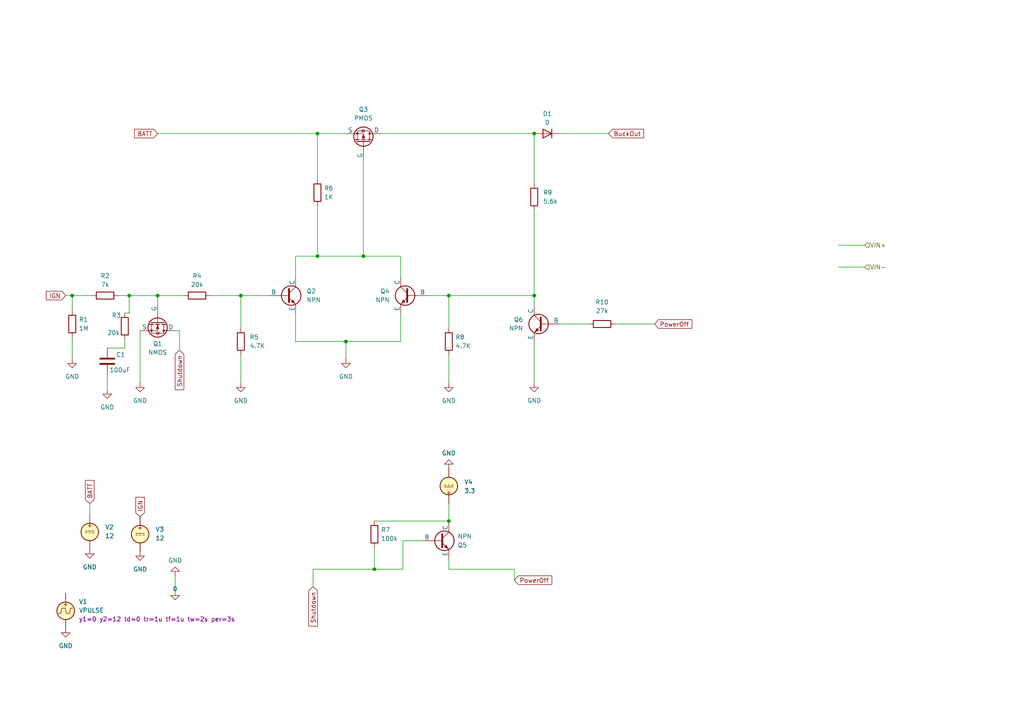
<source format=kicad_sch>
(kicad_sch (version 20231120) (generator "eeschema") (generator_version "8.0")
  (paper "A4")
  (lib_symbols
    (symbol "Device:C" (pin_numbers hide) (pin_names (offset 0.254))
      (property "Reference" "C" (at 0.635 2.54 0))
      (property "Value" "C" (at 0.635 -2.54 0))
      (symbol "C_0_1"
        (polyline (pts (xy -2.032 -0.762) (xy 2.032 -0.762)) (stroke (width 0.508)))
        (polyline (pts (xy -2.032 0.762) (xy 2.032 0.762)) (stroke (width 0.508)))
      )
      (symbol "C_1_1"
        (pin passive line (at 0 3.81 270) (length 2.794) (name "~") (number "1"))
        (pin passive line (at 0 -3.81 90) (length 2.794) (name "~") (number "2"))
      )
    )
    (symbol "Device:D" (pin_numbers hide) (pin_names (offset 1.016) hide)
      (property "Reference" "D" (at 0 2.54 0))
      (property "Value" "D" (at 0 -2.54 0))
      (symbol "D_0_1"
        (polyline (pts (xy -1.27 1.27) (xy -1.27 -1.27)) (stroke (width 0.254)))
        (polyline (pts (xy 1.27 0) (xy -1.27 0)))
        (polyline (pts (xy 1.27 1.27) (xy 1.27 -1.27) (xy -1.27 0) (xy 1.27 1.27)) (stroke (width 0.254)))
      )
      (symbol "D_1_1"
        (pin passive line (at -3.81 0 0) (length 2.54) (name "K") (number "1"))
        (pin passive line (at 3.81 0 180) (length 2.54) (name "A") (number "2"))
      )
    )
    (symbol "Device:R" (pin_numbers hide) (pin_names (offset 0))
      (property "Reference" "R" (at 2.032 0 90))
      (property "Value" "R" (at 0 0 90))
      (symbol "R_0_1"
        (rectangle (start -1.016 -2.54) (end 1.016 2.54) (stroke (width 0.254)))
      )
      (symbol "R_1_1"
        (pin passive line (at 0 3.81 270) (length 1.27) (name "~") (number "1"))
        (pin passive line (at 0 -3.81 90) (length 1.27) (name "~") (number "2"))
      )
    )
    (symbol "Simulation_SPICE:0" (power) (pin_numbers hide) (pin_names (offset 0) hide)
      (property "Value" "0" (at 0 -2.54 0))
      (symbol "0_0_1"
        (polyline (pts (xy -1.27 0) (xy 0 -1.27) (xy 1.27 0) (xy -1.27 0)))
      )
      (symbol "0_1_1"
        (pin power_in line (at 0 0 0) (length 0) (name "~") (number "1"))
      )
    )
    (symbol "Simulation_SPICE:NMOS" (pin_numbers hide) (pin_names (offset 0))
      (property "Reference" "Q" (at 5.08 1.27 0))
      (property "Value" "NMOS" (at 5.08 -1.27 0))
      (symbol "NMOS_0_1"
        (polyline (pts (xy 0.254 0) (xy -2.54 0)))
        (polyline (pts (xy 0.254 1.905) (xy 0.254 -1.905)) (stroke (width 0.254)))
        (polyline (pts (xy 0.762 -1.27) (xy 0.762 -2.286)) (stroke (width 0.254)))
        (polyline (pts (xy 0.762 0.508) (xy 0.762 -0.508)) (stroke (width 0.254)))
        (polyline (pts (xy 0.762 2.286) (xy 0.762 1.27)) (stroke (width 0.254)))
        (polyline (pts (xy 2.54 2.54) (xy 2.54 1.778)))
        (polyline (pts (xy 2.54 -2.54) (xy 2.54 0) (xy 0.762 0)))
        (polyline (pts (xy 0.762 -1.778) (xy 3.302 -1.778) (xy 3.302 1.778) (xy 0.762 1.778)))
        (polyline (pts (xy 1.016 0) (xy 2.032 0.381) (xy 2.032 -0.381) (xy 1.016 0)) (fill (type outline)))
        (polyline (pts (xy 2.794 0.508) (xy 2.921 0.381) (xy 3.683 0.381) (xy 3.81 0.254)))
        (polyline (pts (xy 3.302 0.381) (xy 2.921 -0.254) (xy 3.683 -0.254) (xy 3.302 0.381)))
        (circle (center 1.651 0) (radius 2.794) (stroke (width 0.254)))
        (circle (center 2.54 -1.778) (radius 0.254) (fill (type outline)))
        (circle (center 2.54 1.778) (radius 0.254) (fill (type outline)))
      )
      (symbol "NMOS_1_1"
        (pin passive line (at 2.54 5.08 270) (length 2.54) (name "D") (number "1"))
        (pin input line (at -5.08 0 0) (length 2.54) (name "G") (number "2"))
        (pin passive line (at 2.54 -5.08 90) (length 2.54) (name "S") (number "3"))
      )
    )
    (symbol "Simulation_SPICE:NPN" (pin_numbers hide) (pin_names (offset 0))
      (property "Reference" "Q" (at -2.54 7.62 0))
      (property "Value" "NPN" (at -2.54 5.08 0))
      (symbol "NPN_0_1"
        (polyline (pts (xy -2.54 0) (xy 0.635 0)) (stroke (width 0.1524)))
        (polyline (pts (xy 0.635 0.635) (xy 2.54 2.54)))
        (polyline (pts (xy 2.794 -1.27) (xy 2.794 -1.27)) (stroke (width 0.1524)))
        (polyline (pts (xy 2.794 -1.27) (xy 2.794 -1.27)) (stroke (width 0.1524)))
        (polyline (pts (xy 0.635 -0.635) (xy 2.54 -2.54) (xy 2.54 -2.54)))
        (polyline (pts (xy 0.635 1.905) (xy 0.635 -1.905) (xy 0.635 -1.905)) (stroke (width 0.508)))
        (polyline (pts (xy 1.27 -1.778) (xy 1.778 -1.27) (xy 2.286 -2.286) (xy 1.27 -1.778) (xy 1.27 -1.778)) (fill (type outline)))
        (circle (center 1.27 0) (radius 2.8194) (stroke (width 0.254)))
      )
      (symbol "NPN_1_1"
        (pin open_collector line (at 2.54 5.08 270) (length 2.54) (name "C") (number "1"))
        (pin input line (at -5.08 0 0) (length 2.54) (name "B") (number "2"))
        (pin open_emitter line (at 2.54 -5.08 90) (length 2.54) (name "E") (number "3"))
      )
    )
    (symbol "Simulation_SPICE:PMOS" (pin_numbers hide) (pin_names (offset 0))
      (property "Reference" "Q" (at 5.08 1.27 0))
      (property "Value" "PMOS" (at 5.08 -1.27 0))
      (symbol "PMOS_0_1"
        (polyline (pts (xy 0.254 0) (xy -2.54 0)))
        (polyline (pts (xy 0.254 1.905) (xy 0.254 -1.905)) (stroke (width 0.254)))
        (polyline (pts (xy 0.762 -1.27) (xy 0.762 -2.286)) (stroke (width 0.254)))
        (polyline (pts (xy 0.762 0.508) (xy 0.762 -0.508)) (stroke (width 0.254)))
        (polyline (pts (xy 0.762 2.286) (xy 0.762 1.27)) (stroke (width 0.254)))
        (polyline (pts (xy 2.54 2.54) (xy 2.54 1.778)))
        (polyline (pts (xy 2.54 -2.54) (xy 2.54 0) (xy 0.762 0)))
        (polyline (pts (xy 0.762 1.778) (xy 3.302 1.778) (xy 3.302 -1.778) (xy 0.762 -1.778)))
        (polyline (pts (xy 2.286 0) (xy 1.27 0.381) (xy 1.27 -0.381) (xy 2.286 0)) (fill (type outline)))
        (polyline (pts (xy 2.794 -0.508) (xy 2.921 -0.381) (xy 3.683 -0.381) (xy 3.81 -0.254)))
        (polyline (pts (xy 3.302 -0.381) (xy 2.921 0.254) (xy 3.683 0.254) (xy 3.302 -0.381)))
        (circle (center 1.651 0) (radius 2.794) (stroke (width 0.254)))
        (circle (center 2.54 -1.778) (radius 0.254) (fill (type outline)))
        (circle (center 2.54 1.778) (radius 0.254) (fill (type outline)))
      )
      (symbol "PMOS_1_1"
        (pin passive line (at 2.54 5.08 270) (length 2.54) (name "D") (number "1"))
        (pin input line (at -5.08 0 0) (length 2.54) (name "G") (number "2"))
        (pin passive line (at 2.54 -5.08 90) (length 2.54) (name "S") (number "3"))
      )
    )
    (symbol "Simulation_SPICE:VDC" (pin_numbers hide) (pin_names (offset 0.0254))
      (property "Reference" "V" (at 2.54 2.54 0))
      (property "Value" "1" (at 2.54 0 0))
      (symbol "VDC_0_0"
        (polyline (pts (xy -1.27 0.254) (xy 1.27 0.254)))
        (polyline (pts (xy -0.762 -0.254) (xy -1.27 -0.254)))
        (polyline (pts (xy 0.254 -0.254) (xy -0.254 -0.254)))
        (polyline (pts (xy 1.27 -0.254) (xy 0.762 -0.254)))
        (text "+" (at 0 1.905 0) (effects (font (size 1.27 1.27))))
      )
      (symbol "VDC_0_1"
        (circle (center 0 0) (radius 2.54) (stroke (width 0.254)) (fill (type background)))
      )
      (symbol "VDC_1_1"
        (pin passive line (at 0 5.08 270) (length 2.54) (name "~") (number "1"))
        (pin passive line (at 0 -5.08 90) (length 2.54) (name "~") (number "2"))
      )
    )
    (symbol "Simulation_SPICE:VPULSE" (pin_numbers hide) (pin_names (offset 0.0254))
      (property "Reference" "V" (at 2.54 2.54 0))
      (property "Value" "VPULSE" (at 2.54 0 0))
      (property "Sim.Params" "y1=0 y2=1 td=2n tr=2n tf=2n tw=50n per=100n" (at 2.54 -2.54 0))
      (symbol "VPULSE_0_0"
        (polyline (pts (xy -2.032 -0.762) (xy -1.397 -0.762) (xy -1.143 0.762) (xy -0.127 0.762) (xy 0.127 -0.762) (xy 1.143 -0.762) (xy 1.397 0.762) (xy 2.032 0.762)))
        (text "+" (at 0 1.905 0) (effects (font (size 1.27 1.27))))
      )
      (symbol "VPULSE_0_1"
        (circle (center 0 0) (radius 2.54) (stroke (width 0.254)) (fill (type background)))
      )
      (symbol "VPULSE_1_1"
        (pin passive line (at 0 5.08 270) (length 2.54) (name "~") (number "1"))
        (pin passive line (at 0 -5.08 90) (length 2.54) (name "~") (number "2"))
      )
    )
    (symbol "power:GND" (power) (pin_numbers hide) (pin_names (offset 0) hide)
      (property "Value" "GND" (at 0 -3.81 0))
      (symbol "GND_0_1"
        (polyline (pts (xy 0 0) (xy 0 -1.27) (xy 1.27 -1.27) (xy 0 -2.54) (xy -1.27 -1.27) (xy 0 -1.27)))
      )
      (symbol "GND_1_1"
        (pin power_in line (at 0 0 270) (length 0) (name "~") (number "1"))
      )
    )
  )
  (junction (at 92.075 74.295))
  (junction (at 69.85 85.725))
  (junction (at 92.075 38.735))
  (junction (at 105.41 74.295))
  (junction (at 37.465 85.725))
  (junction (at 154.94 38.735))
  (junction (at 20.955 85.725))
  (junction (at 130.175 85.725))
  (junction (at 154.94 85.725))
  (junction (at 100.33 99.06))
  (junction (at 130.175 151.13))
  (junction (at 45.72 85.725))
  (junction (at 108.585 165.1))
  (wire (pts (xy 20.955 85.725) (xy 26.67 85.725)))
  (wire (pts (xy 50.8 167.005) (xy 50.8 172.72)))
  (wire (pts (xy 154.94 60.96) (xy 154.94 85.725)))
  (wire (pts (xy 45.72 85.725) (xy 45.72 88.265)))
  (wire (pts (xy 162.56 93.98) (xy 170.815 93.98)))
  (wire (pts (xy 20.955 85.725) (xy 20.955 90.17)))
  (wire (pts (xy 37.465 85.725) (xy 45.72 85.725)))
  (wire (pts (xy 40.64 95.885) (xy 40.64 111.125)))
  (wire (pts (xy 130.175 85.725) (xy 154.94 85.725)))
  (wire (pts (xy 19.05 85.725) (xy 20.955 85.725)))
  (wire (pts (xy 26.035 146.05) (xy 26.035 149.225)))
  (wire (pts (xy 45.72 38.735) (xy 92.075 38.735)))
  (wire (pts (xy 130.175 165.1) (xy 149.225 165.1)))
  (wire (pts (xy 116.205 74.295) (xy 116.205 80.645)))
  (wire (pts (xy 92.075 74.295) (xy 105.41 74.295)))
  (wire (pts (xy 154.94 85.725) (xy 154.94 88.9)))
  (wire (pts (xy 69.85 85.725) (xy 69.85 95.25)))
  (wire (pts (xy 116.84 156.845) (xy 116.84 165.1)))
  (wire (pts (xy 154.94 38.735) (xy 154.94 53.34)))
  (wire (pts (xy 92.075 74.295) (xy 85.725 74.295)))
  (wire (pts (xy 162.56 38.735) (xy 176.53 38.735)))
  (wire (pts (xy 130.175 161.925) (xy 130.175 165.1)))
  (wire (pts (xy 122.555 156.845) (xy 116.84 156.845)))
  (wire (pts (xy 85.725 99.06) (xy 100.33 99.06)))
  (wire (pts (xy 45.72 85.725) (xy 53.34 85.725)))
  (wire (pts (xy 69.85 85.725) (xy 78.105 85.725)))
  (wire (pts (xy 85.725 74.295) (xy 85.725 80.645)))
  (wire (pts (xy 60.96 85.725) (xy 69.85 85.725)))
  (wire (pts (xy 116.84 165.1) (xy 108.585 165.1)))
  (wire (pts (xy 105.41 74.295) (xy 116.205 74.295)))
  (wire (pts (xy 100.33 99.06) (xy 100.33 104.14)))
  (wire (pts (xy 149.225 165.1) (xy 149.225 168.275)))
  (wire (pts (xy 90.805 165.1) (xy 90.805 170.18)))
  (wire (pts (xy 50.8 95.885) (xy 52.07 95.885)))
  (wire (pts (xy 116.205 90.805) (xy 116.205 99.06)))
  (wire (pts (xy 100.33 99.06) (xy 116.205 99.06)))
  (wire (pts (xy 37.465 90.805) (xy 37.465 85.725)))
  (wire (pts (xy 69.85 102.87) (xy 69.85 111.125)))
  (wire (pts (xy 92.075 38.735) (xy 100.33 38.735)))
  (wire (pts (xy 31.115 108.585) (xy 31.115 113.03)))
  (wire (pts (xy 130.175 85.725) (xy 130.175 95.25)))
  (wire (pts (xy 36.195 90.805) (xy 37.465 90.805)))
  (wire (pts (xy 34.29 85.725) (xy 37.465 85.725)))
  (wire (pts (xy 178.435 93.98) (xy 189.865 93.98)))
  (wire (pts (xy 130.175 151.13) (xy 130.175 151.765)))
  (wire (pts (xy 105.41 46.355) (xy 105.41 74.295)))
  (wire (pts (xy 130.175 102.87) (xy 130.175 111.125)))
  (wire (pts (xy 20.955 97.79) (xy 20.955 104.14)))
  (wire (pts (xy 123.825 85.725) (xy 130.175 85.725)))
  (wire (pts (xy 108.585 158.75) (xy 108.585 165.1)))
  (wire (pts (xy 92.075 38.735) (xy 92.075 52.07)))
  (wire (pts (xy 31.115 100.965) (xy 36.195 100.965)))
  (wire (pts (xy 108.585 151.13) (xy 130.175 151.13)))
  (wire (pts (xy 85.725 90.805) (xy 85.725 99.06)))
  (wire (pts (xy 52.07 95.885) (xy 52.07 101.6)))
  (wire (pts (xy 243.205 77.47) (xy 250.825 77.47)))
  (wire (pts (xy 130.175 146.05) (xy 130.175 151.13)))
  (wire (pts (xy 36.195 98.425) (xy 36.195 100.965)))
  (wire (pts (xy 154.94 99.06) (xy 154.94 111.125)))
  (wire (pts (xy 110.49 38.735) (xy 154.94 38.735)))
  (wire (pts (xy 243.205 71.12) (xy 250.825 71.12)))
  (wire (pts (xy 92.075 59.69) (xy 92.075 74.295)))
  (wire (pts (xy 108.585 165.1) (xy 90.805 165.1)))
  (global_label "IGN" (shape input) (at 40.64 149.86 90) (property "Intersheetrefs" "${INTERSHEET_REFS}" (effects (hide yes))))
  (global_label "BATT" (shape input) (at 26.035 146.05 90) (property "Intersheetrefs" "${INTERSHEET_REFS}" (effects (hide yes))))
  (global_label "PowerOff" (shape input) (at 149.225 168.275 0) (property "Intersheetrefs" "${INTERSHEET_REFS}" (effects (hide yes))))
  (global_label "Shutdown" (shape input) (at 52.07 101.6 270) (property "Intersheetrefs" "${INTERSHEET_REFS}" (effects (hide yes))))
  (global_label "PowerOff" (shape input) (at 189.865 93.98 0) (property "Intersheetrefs" "${INTERSHEET_REFS}" (effects (hide yes))))
  (global_label "IGN" (shape input) (at 19.05 85.725 180) (property "Intersheetrefs" "${INTERSHEET_REFS}" (effects (hide yes))))
  (global_label "Shutdown" (shape input) (at 90.805 170.18 270) (property "Intersheetrefs" "${INTERSHEET_REFS}" (effects (hide yes))))
  (global_label "BuckOut" (shape input) (at 176.53 38.735 0) (property "Intersheetrefs" "${INTERSHEET_REFS}" (effects (hide yes))))
  (global_label "BATT" (shape input) (at 45.72 38.735 180) (property "Intersheetrefs" "${INTERSHEET_REFS}" (effects (hide yes))))
  (hierarchical_label "VIN-" (shape input) (at 250.825 77.47 0))
  (hierarchical_label "VIN+" (shape input) (at 250.825 71.12 0))
  (symbol (lib_id "power:GND") (at 20.955 104.14 0) (unit 1)
    (property "Reference" "#PWR017" (effects (hide yes)))
    (property "Value" "GND" (at 20.955 109.22 0))
    (property "Description" "Power symbol creates a global label with name \"GND\" , ground" (effects (hide yes)))
  )
  (symbol (lib_id "Simulation_SPICE:VDC") (at 26.035 154.305 0) (unit 1)
    (property "Reference" "V2" (at 30.48 152.9051 0) (effects (justify left)))
    (property "Value" "12" (at 30.48 155.4451 0) (effects (justify left)))
    (property "Datasheet" "https://ngspice.sourceforge.io/docs/ngspice-html-manual/manual.xhtml#sec_Independent_Sources_for" (effects (hide yes)))
    (property "Description" "Voltage source, DC" (effects (hide yes)))
    (property "Sim.Pins" "1=+ 2=-" (effects (hide yes)))
    (property "Sim.Type" "DC" (effects (hide yes)))
    (property "Sim.Device" "V" (effects (hide yes)))
  )
  (symbol (lib_id "power:GND") (at 130.175 135.89 180) (unit 1)
    (property "Reference" "#PWR026" (effects (hide yes)))
    (property "Value" "GND" (at 130.175 131.445 0))
    (property "Description" "Power symbol creates a global label with name \"GND\" , ground" (effects (hide yes)))
  )
  (symbol (lib_id "Device:R") (at 108.585 154.94 0) (unit 1)
    (property "Reference" "R7" (at 110.49 153.6699 0) (effects (justify left)))
    (property "Value" "100k" (at 110.49 156.2099 0) (effects (justify left)))
    (property "Description" "Resistor" (effects (hide yes)))
  )
  (symbol (lib_id "Device:R") (at 57.15 85.725 90) (unit 1)
    (property "Reference" "R4" (at 57.15 80.01 90))
    (property "Value" "20k" (at 57.15 82.55 90))
    (property "Description" "Resistor" (effects (hide yes)))
  )
  (symbol (lib_id "Simulation_SPICE:NPN") (at 127.635 156.845 0) (unit 1)
    (property "Reference" "Q5" (at 132.715 158.1151 0) (effects (justify left)))
    (property "Value" "NPN" (at 132.715 155.5751 0) (effects (justify left)))
    (property "Datasheet" "https://ngspice.sourceforge.io/docs/ngspice-html-manual/manual.xhtml#cha_BJTs" (effects (hide yes)))
    (property "Description" "Bipolar transistor symbol for simulation only, substrate tied to the emitter" (effects (hide yes)))
    (property "Sim.Device" "NPN" (effects (hide yes)))
    (property "Sim.Type" "GUMMELPOON" (effects (hide yes)))
    (property "Sim.Pins" "1=C 2=B 3=E" (effects (hide yes)))
  )
  (symbol (lib_id "power:GND") (at 50.8 167.005 180) (unit 1)
    (property "Reference" "#PWR022" (effects (hide yes)))
    (property "Value" "GND" (at 50.8 162.56 0))
    (property "Description" "Power symbol creates a global label with name \"GND\" , ground" (effects (hide yes)))
  )
  (symbol (lib_id "power:GND") (at 130.175 111.125 0) (unit 1)
    (property "Reference" "#PWR025" (effects (hide yes)))
    (property "Value" "GND" (at 130.175 116.205 0))
    (property "Description" "Power symbol creates a global label with name \"GND\" , ground" (effects (hide yes)))
  )
  (symbol (lib_id "Device:R") (at 36.195 94.615 0) (unit 1)
    (property "Reference" "R3" (at 32.385 91.44 0) (effects (justify left)))
    (property "Value" "20k" (at 31.115 96.52 0) (effects (justify left)))
    (property "Description" "Resistor" (effects (hide yes)))
  )
  (symbol (lib_id "Device:R") (at 174.625 93.98 90) (unit 1)
    (property "Reference" "R10" (at 174.625 87.63 90))
    (property "Value" "27k" (at 174.625 90.17 90))
    (property "Description" "Resistor" (effects (hide yes)))
  )
  (symbol (lib_id "Device:R") (at 69.85 99.06 0) (unit 1)
    (property "Reference" "R5" (at 72.39 97.7899 0) (effects (justify left)))
    (property "Value" "4.7K" (at 72.39 100.3299 0) (effects (justify left)))
    (property "Description" "Resistor" (effects (hide yes)))
  )
  (symbol (lib_id "Simulation_SPICE:VDC") (at 40.64 154.94 0) (unit 1)
    (property "Reference" "V3" (at 45.085 153.5401 0) (effects (justify left)))
    (property "Value" "12" (at 45.085 156.0801 0) (effects (justify left)))
    (property "Datasheet" "https://ngspice.sourceforge.io/docs/ngspice-html-manual/manual.xhtml#sec_Independent_Sources_for" (effects (hide yes)))
    (property "Description" "Voltage source, DC" (effects (hide yes)))
    (property "Sim.Pins" "1=+ 2=-" (effects (hide yes)))
    (property "Sim.Type" "DC" (effects (hide yes)))
    (property "Sim.Device" "V" (effects (hide yes)))
  )
  (symbol (lib_id "Device:C") (at 31.115 104.775 0) (unit 1)
    (property "Reference" "C1" (at 33.655 102.87 0) (effects (justify left)))
    (property "Value" "100uF" (at 31.75 107.315 0) (effects (justify left)))
    (property "Description" "Unpolarized capacitor" (effects (hide yes)))
  )
  (symbol (lib_id "Simulation_SPICE:VPULSE") (at 19.05 177.165 0) (unit 1)
    (property "Reference" "V1" (at 22.86 174.4951 0) (effects (justify left)))
    (property "Value" "VPULSE" (at 22.86 177.0351 0) (effects (justify left)))
    (property "Datasheet" "https://ngspice.sourceforge.io/docs/ngspice-html-manual/manual.xhtml#sec_Independent_Sources_for" (effects (hide yes)))
    (property "Description" "Voltage source, pulse" (effects (hide yes)))
    (property "Sim.Pins" "1=+ 2=-" (effects (hide yes)))
    (property "Sim.Type" "PULSE" (effects (hide yes)))
    (property "Sim.Device" "V" (effects (hide yes)))
    (property "Sim.Params" "y1=0 y2=12 td=0 tr=1u tf=1u tw=2s per=3s" (at 22.86 179.5751 0) (effects (justify left)))
  )
  (symbol (lib_id "Simulation_SPICE:PMOS") (at 105.41 41.275 270) (mirror x) (unit 1)
    (property "Reference" "Q3" (at 105.41 31.75 90))
    (property "Value" "PMOS" (at 105.41 34.29 90))
    (property "Datasheet" "https://ngspice.sourceforge.io/docs/ngspice-html-manual/manual.xhtml#cha_MOSFETs" (effects (hide yes)))
    (property "Description" "P-MOSFET transistor, drain/source/gate" (effects (hide yes)))
    (property "Sim.Device" "PMOS" (effects (hide yes)))
    (property "Sim.Type" "VDMOS" (effects (hide yes)))
    (property "Sim.Pins" "1=D 2=G 3=S" (effects (hide yes)))
  )
  (symbol (lib_id "Simulation_SPICE:NPN") (at 83.185 85.725 0) (unit 1)
    (property "Reference" "Q2" (at 88.9 84.4549 0) (effects (justify left)))
    (property "Value" "NPN" (at 88.9 86.9949 0) (effects (justify left)))
    (property "Datasheet" "https://ngspice.sourceforge.io/docs/ngspice-html-manual/manual.xhtml#cha_BJTs" (effects (hide yes)))
    (property "Description" "Bipolar transistor symbol for simulation only, substrate tied to the emitter" (effects (hide yes)))
    (property "Sim.Device" "NPN" (effects (hide yes)))
    (property "Sim.Type" "GUMMELPOON" (effects (hide yes)))
    (property "Sim.Pins" "1=C 2=B 3=E" (effects (hide yes)))
  )
  (symbol (lib_id "power:GND") (at 100.33 104.14 0) (unit 1)
    (property "Reference" "#PWR024" (effects (hide yes)))
    (property "Value" "GND" (at 100.33 109.22 0))
    (property "Description" "Power symbol creates a global label with name \"GND\" , ground" (effects (hide yes)))
  )
  (symbol (lib_id "Simulation_SPICE:VDC") (at 130.175 140.97 180) (unit 1)
    (property "Reference" "V4" (at 134.62 139.8297 0) (effects (justify right)))
    (property "Value" "3.3" (at 134.62 142.3697 0) (effects (justify right)))
    (property "Datasheet" "https://ngspice.sourceforge.io/docs/ngspice-html-manual/manual.xhtml#sec_Independent_Sources_for" (effects (hide yes)))
    (property "Description" "Voltage source, DC" (effects (hide yes)))
    (property "Sim.Pins" "1=+ 2=-" (effects (hide yes)))
    (property "Sim.Type" "DC" (effects (hide yes)))
    (property "Sim.Device" "V" (effects (hide yes)))
  )
  (symbol (lib_id "power:GND") (at 40.64 111.125 0) (unit 1)
    (property "Reference" "#PWR020" (effects (hide yes)))
    (property "Value" "GND" (at 40.64 116.205 0))
    (property "Description" "Power symbol creates a global label with name \"GND\" , ground" (effects (hide yes)))
  )
  (symbol (lib_id "Simulation_SPICE:NPN") (at 118.745 85.725 0) (mirror y) (unit 1)
    (property "Reference" "Q4" (at 113.03 84.4549 0) (effects (justify left)))
    (property "Value" "NPN" (at 113.03 86.9949 0) (effects (justify left)))
    (property "Datasheet" "https://ngspice.sourceforge.io/docs/ngspice-html-manual/manual.xhtml#cha_BJTs" (effects (hide yes)))
    (property "Description" "Bipolar transistor symbol for simulation only, substrate tied to the emitter" (effects (hide yes)))
    (property "Sim.Device" "NPN" (effects (hide yes)))
    (property "Sim.Type" "GUMMELPOON" (effects (hide yes)))
    (property "Sim.Pins" "1=C 2=B 3=E" (effects (hide yes)))
  )
  (symbol (lib_id "Device:D") (at 158.75 38.735 180) (unit 1)
    (property "Reference" "D1" (at 158.75 33.02 0))
    (property "Value" "D" (at 158.75 35.56 0))
    (property "Description" "Diode" (effects (hide yes)))
    (property "Sim.Device" "D" (effects (hide yes)))
    (property "Sim.Pins" "1=K 2=A" (effects (hide yes)))
  )
  (symbol (lib_id "power:GND") (at 19.05 182.245 0) (unit 1)
    (property "Reference" "#PWR016" (effects (hide yes)))
    (property "Value" "GND" (at 19.05 187.325 0))
    (property "Description" "Power symbol creates a global label with name \"GND\" , ground" (effects (hide yes)))
  )
  (symbol (lib_id "power:GND") (at 40.64 160.02 0) (unit 1)
    (property "Reference" "#PWR021" (effects (hide yes)))
    (property "Value" "GND" (at 40.64 165.1 0))
    (property "Description" "Power symbol creates a global label with name \"GND\" , ground" (effects (hide yes)))
  )
  (symbol (lib_id "power:GND") (at 154.94 111.125 0) (unit 1)
    (property "Reference" "#PWR027" (effects (hide yes)))
    (property "Value" "GND" (at 154.94 116.205 0))
    (property "Description" "Power symbol creates a global label with name \"GND\" , ground" (effects (hide yes)))
  )
  (symbol (lib_id "power:GND") (at 69.85 111.125 0) (unit 1)
    (property "Reference" "#PWR023" (effects (hide yes)))
    (property "Value" "GND" (at 69.85 116.205 0))
    (property "Description" "Power symbol creates a global label with name \"GND\" , ground" (effects (hide yes)))
  )
  (symbol (lib_id "power:GND") (at 31.115 113.03 0) (unit 1)
    (property "Reference" "#PWR019" (effects (hide yes)))
    (property "Value" "GND" (at 31.115 118.11 0))
    (property "Description" "Power symbol creates a global label with name \"GND\" , ground" (effects (hide yes)))
  )
  (symbol (lib_id "Device:R") (at 92.075 55.88 0) (unit 1)
    (property "Reference" "R6" (at 93.98 54.6099 0) (effects (justify left)))
    (property "Value" "1K" (at 93.98 57.1499 0) (effects (justify left)))
    (property "Description" "Resistor" (effects (hide yes)))
  )
  (symbol (lib_id "Device:R") (at 154.94 57.15 0) (unit 1)
    (property "Reference" "R9" (at 157.48 55.8799 0) (effects (justify left)))
    (property "Value" "5.6k" (at 157.48 58.4199 0) (effects (justify left)))
    (property "Description" "Resistor" (effects (hide yes)))
  )
  (symbol (lib_id "Simulation_SPICE:0") (at 50.8 172.72 0) (unit 1)
    (property "Reference" "#GND01" (effects (hide yes)))
    (property "Value" "0" (at 50.8 170.815 0))
    (property "Datasheet" "https://ngspice.sourceforge.io/docs/ngspice-html-manual/manual.xhtml#subsec_Circuit_elements__device" (effects (hide yes)))
    (property "Description" "0V reference potential for simulation" (effects (hide yes)))
  )
  (symbol (lib_id "Device:R") (at 20.955 93.98 0) (unit 1)
    (property "Reference" "R1" (at 22.86 92.7099 0) (effects (justify left)))
    (property "Value" "1M" (at 22.86 95.2499 0) (effects (justify left)))
    (property "Description" "Resistor" (effects (hide yes)))
  )
  (symbol (lib_id "power:GND") (at 26.035 159.385 0) (unit 1)
    (property "Reference" "#PWR018" (effects (hide yes)))
    (property "Value" "GND" (at 26.035 164.465 0))
    (property "Description" "Power symbol creates a global label with name \"GND\" , ground" (effects (hide yes)))
  )
  (symbol (lib_id "Device:R") (at 130.175 99.06 0) (unit 1)
    (property "Reference" "R8" (at 132.08 97.7899 0) (effects (justify left)))
    (property "Value" "4.7K" (at 132.08 100.3299 0) (effects (justify left)))
    (property "Description" "Resistor" (effects (hide yes)))
  )
  (symbol (lib_id "Device:R") (at 30.48 85.725 90) (unit 1)
    (property "Reference" "R2" (at 30.48 80.01 90))
    (property "Value" "7k" (at 30.48 82.55 90))
    (property "Description" "Resistor" (effects (hide yes)))
  )
  (symbol (lib_id "Simulation_SPICE:NPN") (at 157.48 93.98 0) (mirror y) (unit 1)
    (property "Reference" "Q6" (at 151.765 92.7099 0) (effects (justify left)))
    (property "Value" "NPN" (at 151.765 95.2499 0) (effects (justify left)))
    (property "Datasheet" "https://ngspice.sourceforge.io/docs/ngspice-html-manual/manual.xhtml#cha_BJTs" (effects (hide yes)))
    (property "Description" "Bipolar transistor symbol for simulation only, substrate tied to the emitter" (effects (hide yes)))
    (property "Sim.Device" "NPN" (effects (hide yes)))
    (property "Sim.Type" "GUMMELPOON" (effects (hide yes)))
    (property "Sim.Pins" "1=C 2=B 3=E" (effects (hide yes)))
  )
  (symbol (lib_id "Simulation_SPICE:NMOS") (at 45.72 93.345 270) (unit 1)
    (property "Reference" "Q1" (at 45.72 99.695 90))
    (property "Value" "NMOS" (at 45.72 102.235 90))
    (property "Datasheet" "https://ngspice.sourceforge.io/docs/ngspice-html-manual/manual.xhtml#cha_MOSFETs" (effects (hide yes)))
    (property "Description" "N-MOSFET transistor, drain/source/gate" (effects (hide yes)))
    (property "Sim.Device" "NMOS" (effects (hide yes)))
    (property "Sim.Type" "VDMOS" (effects (hide yes)))
    (property "Sim.Pins" "1=D 2=G 3=S" (effects (hide yes)))
    (property "Sim.Params" "vto=0.8" (effects (hide yes)))
  )
)
</source>
